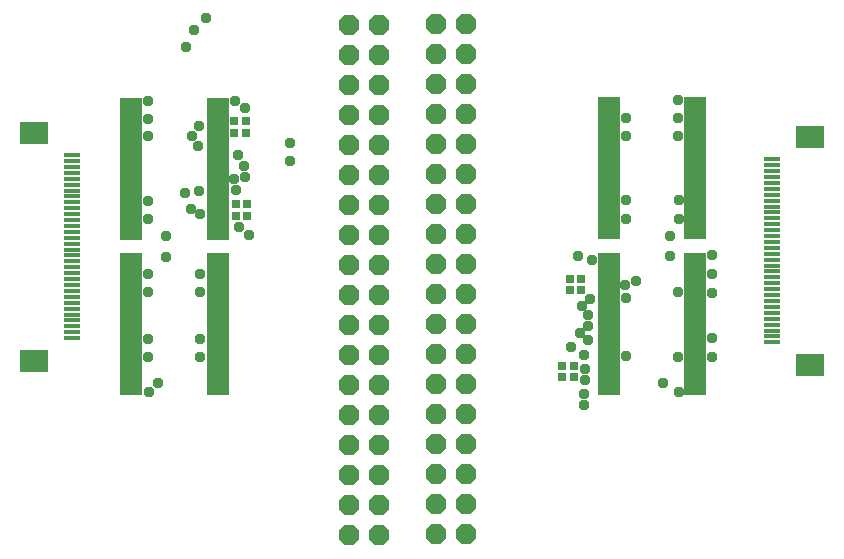
<source format=gbr>
G04 EAGLE Gerber RS-274X export*
G75*
%MOMM*%
%FSLAX34Y34*%
%LPD*%
%INSoldermask Top*%
%IPPOS*%
%AMOC8*
5,1,8,0,0,1.08239X$1,22.5*%
G01*
%ADD10P,1.869504X8X292.500000*%
%ADD11P,1.869504X8X112.500000*%
%ADD12R,1.400000X0.400000*%
%ADD13R,2.350000X1.900000*%
%ADD14R,1.879600X0.482600*%
%ADD15R,0.803200X0.803200*%
%ADD16C,0.959600*%


D10*
X334518Y322580D03*
X334518Y297180D03*
X334518Y271780D03*
X334518Y246380D03*
X334518Y220980D03*
X334518Y195580D03*
X359918Y322580D03*
X359918Y297180D03*
X359918Y271780D03*
X359918Y246380D03*
X359918Y220980D03*
X359918Y195580D03*
X334518Y170180D03*
X359918Y170180D03*
X334518Y144780D03*
X334518Y119380D03*
X334518Y93980D03*
X334518Y68580D03*
X334518Y43180D03*
X334518Y17780D03*
X359918Y144780D03*
X359918Y119380D03*
X359918Y93980D03*
X359918Y68580D03*
X359918Y43180D03*
X359918Y17780D03*
X334518Y-7620D03*
X359918Y-7620D03*
X334518Y-33020D03*
X334518Y-58420D03*
X334518Y-83820D03*
X359918Y-33020D03*
X359918Y-58420D03*
X359918Y-83820D03*
X334518Y-109220D03*
X359918Y-109220D03*
D11*
X433578Y-108712D03*
X433578Y-83312D03*
X433578Y-57912D03*
X433578Y-32512D03*
X433578Y-7112D03*
X433578Y18288D03*
X408178Y-108712D03*
X408178Y-83312D03*
X408178Y-57912D03*
X408178Y-32512D03*
X408178Y-7112D03*
X408178Y18288D03*
X433578Y43688D03*
X408178Y43688D03*
X433578Y69088D03*
X433578Y94488D03*
X433578Y119888D03*
X433578Y145288D03*
X433578Y170688D03*
X433578Y196088D03*
X408178Y69088D03*
X408178Y94488D03*
X408178Y119888D03*
X408178Y145288D03*
X408178Y170688D03*
X408178Y196088D03*
X433578Y221488D03*
X408178Y221488D03*
X433578Y246888D03*
X433578Y272288D03*
X433578Y297688D03*
X408178Y246888D03*
X408178Y272288D03*
X408178Y297688D03*
X433578Y323088D03*
X408178Y323088D03*
D12*
X100318Y212120D03*
X100318Y207120D03*
X100318Y202120D03*
X100318Y197120D03*
X100318Y192120D03*
X100318Y187120D03*
X100318Y182120D03*
X100318Y177120D03*
X100318Y172120D03*
X100318Y167120D03*
X100318Y162120D03*
X100318Y157120D03*
X100318Y152120D03*
X100318Y147120D03*
X100318Y142120D03*
X100318Y137120D03*
X100318Y132120D03*
X100318Y127120D03*
X100318Y122120D03*
X100318Y117120D03*
X100318Y112120D03*
X100318Y107120D03*
X100318Y102120D03*
X100318Y97120D03*
X100318Y92120D03*
X100318Y87120D03*
X100318Y82120D03*
X100318Y77120D03*
X100318Y72120D03*
X100318Y67120D03*
X100318Y62120D03*
X100318Y57120D03*
D13*
X67818Y38120D03*
X67818Y231120D03*
D12*
X692670Y53564D03*
X692670Y58564D03*
X692670Y63564D03*
X692670Y68564D03*
X692670Y73564D03*
X692670Y78564D03*
X692670Y83564D03*
X692670Y88564D03*
X692670Y93564D03*
X692670Y98564D03*
X692670Y103564D03*
X692670Y108564D03*
X692670Y113564D03*
X692670Y118564D03*
X692670Y123564D03*
X692670Y128564D03*
X692670Y133564D03*
X692670Y138564D03*
X692670Y143564D03*
X692670Y148564D03*
X692670Y153564D03*
X692670Y158564D03*
X692670Y163564D03*
X692670Y168564D03*
X692670Y173564D03*
X692670Y178564D03*
X692670Y183564D03*
X692670Y188564D03*
X692670Y193564D03*
X692670Y198564D03*
X692670Y203564D03*
X692670Y208564D03*
D13*
X725170Y227564D03*
X725170Y34564D03*
D14*
X627761Y143414D03*
X627761Y148414D03*
X627761Y153414D03*
X627761Y158414D03*
X627761Y163414D03*
X627761Y168414D03*
X627761Y173414D03*
X627761Y178414D03*
X627761Y183414D03*
X627761Y188414D03*
X627761Y193414D03*
X627761Y198414D03*
X627761Y203414D03*
X627761Y208414D03*
X627761Y213414D03*
X627761Y218414D03*
X627761Y223414D03*
X627761Y228414D03*
X627761Y233414D03*
X627761Y238414D03*
X627761Y243414D03*
X627761Y248414D03*
X627761Y253414D03*
X627761Y258414D03*
X554355Y258414D03*
X554355Y253414D03*
X554355Y248414D03*
X554355Y243414D03*
X554355Y238414D03*
X554355Y233414D03*
X554355Y228414D03*
X554355Y223414D03*
X554355Y218414D03*
X554355Y213414D03*
X554355Y208414D03*
X554355Y203414D03*
X554355Y198414D03*
X554355Y193414D03*
X554355Y188414D03*
X554355Y183414D03*
X554355Y178414D03*
X554355Y173414D03*
X554355Y168414D03*
X554355Y163414D03*
X554355Y158414D03*
X554355Y153414D03*
X554355Y148414D03*
X554355Y143414D03*
X149987Y258160D03*
X149987Y253160D03*
X149987Y248160D03*
X149987Y243160D03*
X149987Y238160D03*
X149987Y233160D03*
X149987Y228160D03*
X149987Y223160D03*
X149987Y218160D03*
X149987Y213160D03*
X149987Y208160D03*
X149987Y203160D03*
X149987Y198160D03*
X149987Y193160D03*
X149987Y188160D03*
X149987Y183160D03*
X149987Y178160D03*
X149987Y173160D03*
X149987Y168160D03*
X149987Y163160D03*
X149987Y158160D03*
X149987Y153160D03*
X149987Y148160D03*
X149987Y143160D03*
X223393Y143160D03*
X223393Y148160D03*
X223393Y153160D03*
X223393Y158160D03*
X223393Y163160D03*
X223393Y168160D03*
X223393Y173160D03*
X223393Y178160D03*
X223393Y183160D03*
X223393Y188160D03*
X223393Y193160D03*
X223393Y198160D03*
X223393Y203160D03*
X223393Y208160D03*
X223393Y213160D03*
X223393Y218160D03*
X223393Y223160D03*
X223393Y228160D03*
X223393Y233160D03*
X223393Y238160D03*
X223393Y243160D03*
X223393Y248160D03*
X223393Y253160D03*
X223393Y258160D03*
X627761Y11588D03*
X627761Y16588D03*
X627761Y21588D03*
X627761Y26588D03*
X627761Y31588D03*
X627761Y36588D03*
X627761Y41588D03*
X627761Y46588D03*
X627761Y51588D03*
X627761Y56588D03*
X627761Y61588D03*
X627761Y66588D03*
X627761Y71588D03*
X627761Y76588D03*
X627761Y81588D03*
X627761Y86588D03*
X627761Y91588D03*
X627761Y96588D03*
X627761Y101588D03*
X627761Y106588D03*
X627761Y111588D03*
X627761Y116588D03*
X627761Y121588D03*
X627761Y126588D03*
X554355Y126588D03*
X554355Y121588D03*
X554355Y116588D03*
X554355Y111588D03*
X554355Y106588D03*
X554355Y101588D03*
X554355Y96588D03*
X554355Y91588D03*
X554355Y86588D03*
X554355Y81588D03*
X554355Y76588D03*
X554355Y71588D03*
X554355Y66588D03*
X554355Y61588D03*
X554355Y56588D03*
X554355Y51588D03*
X554355Y46588D03*
X554355Y41588D03*
X554355Y36588D03*
X554355Y31588D03*
X554355Y26588D03*
X554355Y21588D03*
X554355Y16588D03*
X554355Y11588D03*
X149987Y126334D03*
X149987Y121334D03*
X149987Y116334D03*
X149987Y111334D03*
X149987Y106334D03*
X149987Y101334D03*
X149987Y96334D03*
X149987Y91334D03*
X149987Y86334D03*
X149987Y81334D03*
X149987Y76334D03*
X149987Y71334D03*
X149987Y66334D03*
X149987Y61334D03*
X149987Y56334D03*
X149987Y51334D03*
X149987Y46334D03*
X149987Y41334D03*
X149987Y36334D03*
X149987Y31334D03*
X149987Y26334D03*
X149987Y21334D03*
X149987Y16334D03*
X149987Y11334D03*
X223393Y11334D03*
X223393Y16334D03*
X223393Y21334D03*
X223393Y26334D03*
X223393Y31334D03*
X223393Y36334D03*
X223393Y41334D03*
X223393Y46334D03*
X223393Y51334D03*
X223393Y56334D03*
X223393Y61334D03*
X223393Y66334D03*
X223393Y71334D03*
X223393Y76334D03*
X223393Y81334D03*
X223393Y86334D03*
X223393Y91334D03*
X223393Y96334D03*
X223393Y101334D03*
X223393Y106334D03*
X223393Y111334D03*
X223393Y116334D03*
X223393Y121334D03*
X223393Y126334D03*
D15*
X524764Y23956D03*
X524764Y33956D03*
X514858Y23956D03*
X514858Y33956D03*
X237490Y240712D03*
X237490Y230712D03*
X247142Y240712D03*
X247142Y230712D03*
X238506Y160608D03*
X238506Y170608D03*
X248412Y160608D03*
X248412Y170608D03*
X531368Y107616D03*
X531368Y97616D03*
X521716Y107616D03*
X521716Y97616D03*
D16*
X641604Y111252D03*
X641604Y56896D03*
X568960Y158414D03*
X568960Y243414D03*
X613664Y158414D03*
X613410Y243332D03*
X208788Y111252D03*
X208788Y56388D03*
X164338Y111252D03*
X164592Y56388D03*
X164592Y158242D03*
X164338Y243078D03*
X533146Y422D03*
X533400Y9510D03*
X534162Y21900D03*
X534416Y30988D03*
X533608Y43226D03*
X522806Y49340D03*
X537210Y55408D03*
X530172Y61476D03*
X536956Y67544D03*
X536778Y76632D03*
X531721Y84427D03*
X538480Y90520D03*
X641604Y127508D03*
X568960Y174498D03*
X568960Y228346D03*
X208788Y96520D03*
X208788Y41402D03*
X195326Y180340D03*
X206502Y219456D03*
X164846Y11430D03*
X164338Y257810D03*
X179578Y143510D03*
X179578Y126238D03*
X568706Y41656D03*
X568706Y91440D03*
X606552Y143510D03*
X613410Y258572D03*
X606552Y126492D03*
X613664Y11430D03*
X213360Y327914D03*
X203200Y317754D03*
X196850Y304038D03*
X568297Y102020D03*
X577342Y105520D03*
X528728Y126392D03*
X540004Y123698D03*
X641858Y95758D03*
X641604Y41402D03*
X613664Y173736D03*
X613410Y228600D03*
X164338Y96012D03*
X164592Y41402D03*
X164592Y172974D03*
X164338Y228092D03*
X613410Y41402D03*
X613410Y96266D03*
X172720Y19050D03*
X600456Y19558D03*
X249936Y144780D03*
X241554Y151384D03*
X208788Y162092D03*
X200406Y166878D03*
X207772Y181864D03*
X238575Y182187D03*
X237573Y191770D03*
X246661Y193321D03*
X245364Y203200D03*
X240538Y211836D03*
X284480Y207264D03*
X284480Y222504D03*
X201422Y228600D03*
X207518Y236982D03*
X246126Y252250D03*
X238252Y258318D03*
M02*

</source>
